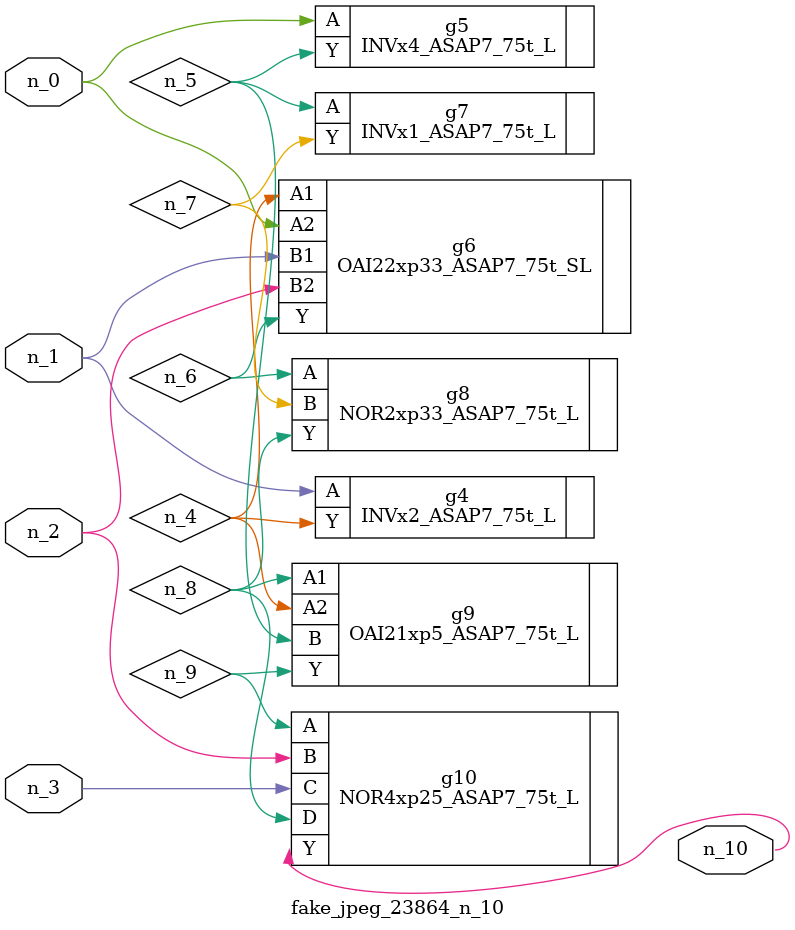
<source format=v>
module fake_jpeg_23864_n_10 (n_0, n_3, n_2, n_1, n_10);

input n_0;
input n_3;
input n_2;
input n_1;

output n_10;

wire n_4;
wire n_8;
wire n_9;
wire n_6;
wire n_5;
wire n_7;

INVx2_ASAP7_75t_L g4 ( 
.A(n_1),
.Y(n_4)
);

INVx4_ASAP7_75t_L g5 ( 
.A(n_0),
.Y(n_5)
);

OAI22xp33_ASAP7_75t_SL g6 ( 
.A1(n_4),
.A2(n_0),
.B1(n_1),
.B2(n_2),
.Y(n_6)
);

NOR2xp33_ASAP7_75t_L g8 ( 
.A(n_6),
.B(n_7),
.Y(n_8)
);

INVx1_ASAP7_75t_L g7 ( 
.A(n_5),
.Y(n_7)
);

OAI21xp5_ASAP7_75t_L g9 ( 
.A1(n_8),
.A2(n_4),
.B(n_5),
.Y(n_9)
);

NOR4xp25_ASAP7_75t_L g10 ( 
.A(n_9),
.B(n_2),
.C(n_3),
.D(n_8),
.Y(n_10)
);


endmodule
</source>
